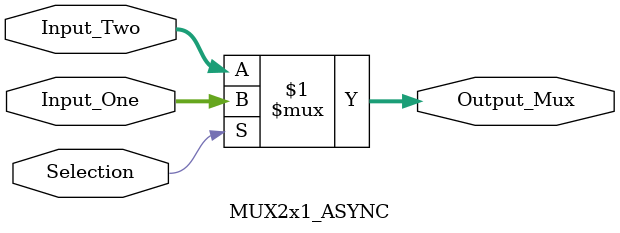
<source format=v>
/*
Module      :   MUX 2*1 Asynchrouns output
Auth        :   Omar  Salah El-Din
Date        :   16Jan.2024
_____________________________________

Description :
**************
- Mux module that is to give the input 1 ,2 and selection line of 1 bit and then get the output
  from one of the two inputs
- The output is n't registered so it's asycnhrouns 
*/

module  MUX2x1_ASYNC #  ( parameter  WIDTH = 16 )
  (
  input    wire signed [WIDTH-1:0]           Input_One   ,
  input    wire signed [WIDTH-1:0]           Input_Two   ,
  input    wire                              Selection   ,
  output   wire        [WIDTH-1:0]           Output_Mux 
  );
  
assign  Output_Mux  = (Selection) ? Input_One:Input_Two;

endmodule

/*--------------------------------------------------Mapping----------------------------------------------------------------

MUX2x1_ASYNC #(.WIDTH()) Instanse_Name

(
.Input_One  () ,
.Input_Two  () ,
.Selection  () ,
.Output_Mux ()
  );
*/
/*-------------------------------------------------Last Edit------------------------------------------------------------
|       Name        |       Date        |       Comment       |                
|                   |                   |                     |
|                   |                   |                     |
|                   |                   |                     |
*/


</source>
